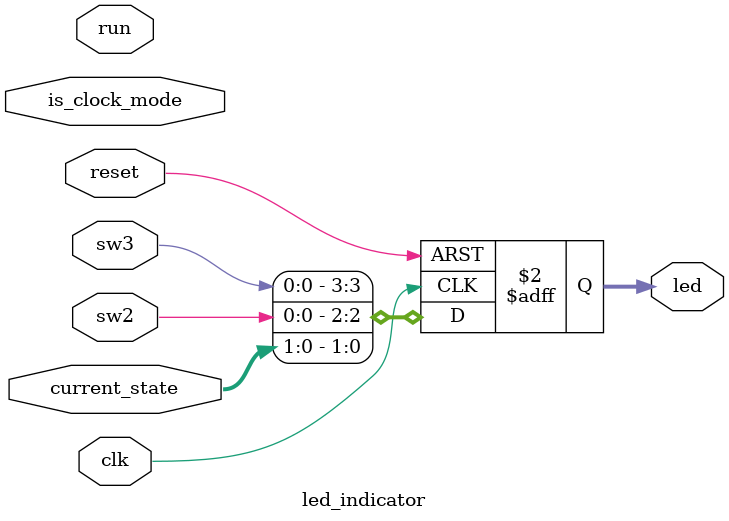
<source format=v>
module led_indicator(
    input clk,
    input reset,
    input [1:0] current_state,
    input run,
    input sw2,                  // Add this
    input sw3,                  // Add this
    input is_clock_mode,
    output reg [3:0] led
);

    always @(posedge clk or posedge reset) begin
        if(reset) begin
            led <= 4'b0000;
        end else begin
            led[0] <= current_state[0];  // LSB of current state
            led[1] <= current_state[1];  // MSB of current state
            led[2] <= sw2;               // Stopwatch state
            led[3] <= sw3;               // Clock state
        end
    end
endmodule
</source>
